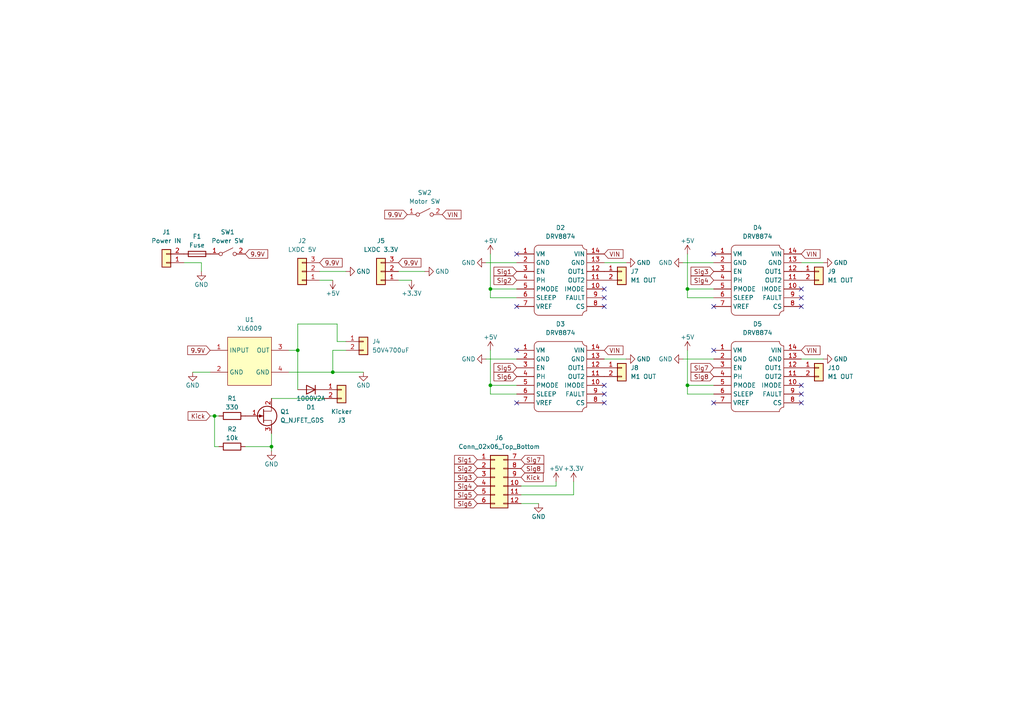
<source format=kicad_sch>
(kicad_sch (version 20211123) (generator eeschema)
  (paper "A4")
  (lib_symbols
    (symbol "Connector_Generic:Conn_01x02" (pin_names (offset 1.016) hide)
      (property "Reference" "J" (at 0 2.54 0))
      (property "Value" "Conn_01x02" (at 0 -5.08 0))
      (symbol "Conn_01x02_1_1"
        (rectangle (start -1.27 -2.413) (end 0 -2.667) (stroke (width 0.1524)))
        (rectangle (start -1.27 0.127) (end 0 -0.127) (stroke (width 0.1524)))
        (rectangle (start -1.27 1.27) (end 1.27 -3.81) (stroke (width 0.254)) (fill (type background)))
        (pin passive line (at -5.08 0 0) (length 3.81) (name "Pin_1") (number "1"))
        (pin passive line (at -5.08 -2.54 0) (length 3.81) (name "Pin_2") (number "2"))
      )
    )
    (symbol "Connector_Generic:Conn_01x03" (pin_names (offset 1.016) hide)
      (property "Reference" "J" (at 0 5.08 0))
      (property "Value" "Conn_01x03" (at 0 -5.08 0))
      (symbol "Conn_01x03_1_1"
        (rectangle (start -1.27 -2.413) (end 0 -2.667) (stroke (width 0.1524)))
        (rectangle (start -1.27 0.127) (end 0 -0.127) (stroke (width 0.1524)))
        (rectangle (start -1.27 2.667) (end 0 2.413) (stroke (width 0.1524)))
        (rectangle (start -1.27 3.81) (end 1.27 -3.81) (stroke (width 0.254)) (fill (type background)))
        (pin passive line (at -5.08 2.54 0) (length 3.81) (name "Pin_1") (number "1"))
        (pin passive line (at -5.08 0 0) (length 3.81) (name "Pin_2") (number "2"))
        (pin passive line (at -5.08 -2.54 0) (length 3.81) (name "Pin_3") (number "3"))
      )
    )
    (symbol "Connector_Generic:Conn_02x06_Top_Bottom" (pin_names (offset 1.016) hide)
      (property "Reference" "J" (at 1.27 7.62 0))
      (property "Value" "Conn_02x06_Top_Bottom" (at 1.27 -10.16 0))
      (symbol "Conn_02x06_Top_Bottom_1_1"
        (rectangle (start -1.27 -7.493) (end 0 -7.747) (stroke (width 0.1524)))
        (rectangle (start -1.27 -4.953) (end 0 -5.207) (stroke (width 0.1524)))
        (rectangle (start -1.27 -2.413) (end 0 -2.667) (stroke (width 0.1524)))
        (rectangle (start -1.27 0.127) (end 0 -0.127) (stroke (width 0.1524)))
        (rectangle (start -1.27 2.667) (end 0 2.413) (stroke (width 0.1524)))
        (rectangle (start -1.27 5.207) (end 0 4.953) (stroke (width 0.1524)))
        (rectangle (start -1.27 6.35) (end 3.81 -8.89) (stroke (width 0.254)) (fill (type background)))
        (rectangle (start 3.81 -7.493) (end 2.54 -7.747) (stroke (width 0.1524)))
        (rectangle (start 3.81 -4.953) (end 2.54 -5.207) (stroke (width 0.1524)))
        (rectangle (start 3.81 -2.413) (end 2.54 -2.667) (stroke (width 0.1524)))
        (rectangle (start 3.81 0.127) (end 2.54 -0.127) (stroke (width 0.1524)))
        (rectangle (start 3.81 2.667) (end 2.54 2.413) (stroke (width 0.1524)))
        (rectangle (start 3.81 5.207) (end 2.54 4.953) (stroke (width 0.1524)))
        (pin passive line (at -5.08 5.08 0) (length 3.81) (name "Pin_1") (number "1"))
        (pin passive line (at 7.62 -2.54 180) (length 3.81) (name "Pin_10") (number "10"))
        (pin passive line (at 7.62 -5.08 180) (length 3.81) (name "Pin_11") (number "11"))
        (pin passive line (at 7.62 -7.62 180) (length 3.81) (name "Pin_12") (number "12"))
        (pin passive line (at -5.08 2.54 0) (length 3.81) (name "Pin_2") (number "2"))
        (pin passive line (at -5.08 0 0) (length 3.81) (name "Pin_3") (number "3"))
        (pin passive line (at -5.08 -2.54 0) (length 3.81) (name "Pin_4") (number "4"))
        (pin passive line (at -5.08 -5.08 0) (length 3.81) (name "Pin_5") (number "5"))
        (pin passive line (at -5.08 -7.62 0) (length 3.81) (name "Pin_6") (number "6"))
        (pin passive line (at 7.62 5.08 180) (length 3.81) (name "Pin_7") (number "7"))
        (pin passive line (at 7.62 2.54 180) (length 3.81) (name "Pin_8") (number "8"))
        (pin passive line (at 7.62 0 180) (length 3.81) (name "Pin_9") (number "9"))
      )
    )
    (symbol "Device:D" (pin_numbers hide) (pin_names (offset 1.016) hide)
      (property "Reference" "D" (at 0 2.54 0))
      (property "Value" "D" (at 0 -2.54 0))
      (symbol "D_0_1"
        (polyline (pts (xy -1.27 1.27) (xy -1.27 -1.27)) (stroke (width 0.254)))
        (polyline (pts (xy 1.27 0) (xy -1.27 0)))
        (polyline (pts (xy 1.27 1.27) (xy 1.27 -1.27) (xy -1.27 0) (xy 1.27 1.27)) (stroke (width 0.254)))
      )
      (symbol "D_1_1"
        (pin passive line (at -3.81 0 0) (length 2.54) (name "K") (number "1"))
        (pin passive line (at 3.81 0 180) (length 2.54) (name "A") (number "2"))
      )
    )
    (symbol "Device:Fuse" (pin_numbers hide) (pin_names (offset 0))
      (property "Reference" "F" (at 2.032 0 90))
      (property "Value" "Fuse" (at -1.905 0 90))
      (symbol "Fuse_0_1"
        (rectangle (start -0.762 -2.54) (end 0.762 2.54) (stroke (width 0.254)))
        (polyline (pts (xy 0 2.54) (xy 0 -2.54)))
      )
      (symbol "Fuse_1_1"
        (pin passive line (at 0 3.81 270) (length 1.27) (name "~") (number "1"))
        (pin passive line (at 0 -3.81 90) (length 1.27) (name "~") (number "2"))
      )
    )
    (symbol "Device:Q_NJFET_GDS" (pin_names (offset 0) hide)
      (property "Reference" "Q" (at 5.08 1.27 0))
      (property "Value" "Q_NJFET_GDS" (at 5.08 -1.27 0))
      (symbol "Q_NJFET_GDS_0_1"
        (polyline (pts (xy 0.254 1.905) (xy 0.254 -1.905) (xy 0.254 -1.905)) (stroke (width 0.254)))
        (polyline (pts (xy 2.54 -2.54) (xy 2.54 -1.27) (xy 0.254 -1.27)))
        (polyline (pts (xy 2.54 2.54) (xy 2.54 1.397) (xy 0.254 1.397)))
        (polyline (pts (xy 0 0) (xy -1.016 0.381) (xy -1.016 -0.381) (xy 0 0)) (fill (type outline)))
        (circle (center 1.27 0) (radius 2.8194) (stroke (width 0.254)))
      )
      (symbol "Q_NJFET_GDS_1_1"
        (pin input line (at -5.08 0 0) (length 5.334) (name "G") (number "1"))
        (pin passive line (at 2.54 5.08 270) (length 2.54) (name "D") (number "2"))
        (pin passive line (at 2.54 -5.08 90) (length 2.54) (name "S") (number "3"))
      )
    )
    (symbol "Device:R" (pin_numbers hide) (pin_names (offset 0))
      (property "Reference" "R" (at 2.032 0 90))
      (property "Value" "R" (at 0 0 90))
      (symbol "R_0_1"
        (rectangle (start -1.016 -2.54) (end 1.016 2.54) (stroke (width 0.254)))
      )
      (symbol "R_1_1"
        (pin passive line (at 0 3.81 270) (length 1.27) (name "~") (number "1"))
        (pin passive line (at 0 -3.81 90) (length 1.27) (name "~") (number "2"))
      )
    )
    (symbol "KiCAD-RCJ-Lib:DRV8874"
      (property "Reference" "D" (at 0 1.27 0))
      (property "Value" "DRV8874" (at 0 -1.27 0))
      (symbol "DRV8874_0_1"
        (arc (start -7.62 -21.59) (mid -7.248 -22.488) (end -6.35 -22.86))
        (arc (start -6.35 -2.54) (mid -7.248 -2.912) (end -7.62 -3.81))
        (polyline (pts (xy -7.62 -3.81) (xy -7.62 -21.59)))
        (polyline (pts (xy -6.35 -22.86) (xy 6.35 -22.86)))
        (polyline (pts (xy 6.35 -2.54) (xy -6.35 -2.54)))
        (polyline (pts (xy 7.62 -21.59) (xy 7.62 -3.81)))
        (arc (start 6.35 -2.54) (mid 5.452 -4.708) (end 7.62 -3.81))
        (arc (start 7.62 -21.59) (mid 5.452 -20.692) (end 6.35 -22.86))
      )
      (symbol "DRV8874_1_1"
        (pin input line (at -12.7 -5.08 0) (length 5.08) (name "VM") (number "1"))
        (pin input line (at 12.7 -15.24 180) (length 5.08) (name "IMODE") (number "10"))
        (pin input line (at 12.7 -12.7 180) (length 5.08) (name "OUT2") (number "11"))
        (pin input line (at 12.7 -10.16 180) (length 5.08) (name "OUT1") (number "12"))
        (pin input line (at 12.7 -7.62 180) (length 5.08) (name "GND") (number "13"))
        (pin input line (at 12.7 -5.08 180) (length 5.08) (name "VIN") (number "14"))
        (pin input line (at -12.7 -7.62 0) (length 5.08) (name "GND") (number "2"))
        (pin input line (at -12.7 -10.16 0) (length 5.08) (name "EN") (number "3"))
        (pin input line (at -12.7 -12.7 0) (length 5.08) (name "PH") (number "4"))
        (pin input line (at -12.7 -15.24 0) (length 5.08) (name "PMODE") (number "5"))
        (pin input line (at -12.7 -17.78 0) (length 5.08) (name "SLEEP") (number "6"))
        (pin input line (at -12.7 -20.32 0) (length 5.08) (name "VREF") (number "7"))
        (pin input line (at 12.7 -20.32 180) (length 5.08) (name "CS") (number "8"))
        (pin input line (at 12.7 -17.78 180) (length 5.08) (name "FAULT") (number "9"))
      )
    )
    (symbol "KiCAD-RCJ-Lib:XL6009"
      (property "Reference" "U" (at 0 3.81 0))
      (property "Value" "XL6009" (at 0 1.27 0))
      (symbol "XL6009_0_1"
        (rectangle (start -6.35 -1.27) (end 6.35 -15.24) (fill (type background)))
      )
      (symbol "XL6009_1_1"
        (pin input line (at -11.43 -5.08 0) (length 5.08) (name "INPUT") (number "1"))
        (pin input line (at -11.43 -11.43 0) (length 5.08) (name "GND") (number "2"))
        (pin input line (at 11.43 -5.08 180) (length 5.08) (name "OUT") (number "3"))
        (pin input line (at 11.43 -11.43 180) (length 5.08) (name "GND") (number "4"))
      )
    )
    (symbol "Switch:SW_SPST" (pin_names (offset 0) hide)
      (property "Reference" "SW" (at 0 3.175 0))
      (property "Value" "SW_SPST" (at 0 -2.54 0))
      (symbol "SW_SPST_0_0"
        (circle (center -2.032 0) (radius 0.508))
        (polyline (pts (xy -1.524 0.254) (xy 1.524 1.778)))
        (circle (center 2.032 0) (radius 0.508))
      )
      (symbol "SW_SPST_1_1"
        (pin passive line (at -5.08 0 0) (length 2.54) (name "A") (number "1"))
        (pin passive line (at 5.08 0 180) (length 2.54) (name "B") (number "2"))
      )
    )
    (symbol "power:+3.3V" (power) (pin_names (offset 0))
      (property "Value" "+3.3V" (at 0 3.556 0))
      (symbol "+3.3V_0_1"
        (polyline (pts (xy -0.762 1.27) (xy 0 2.54)))
        (polyline (pts (xy 0 0) (xy 0 2.54)))
        (polyline (pts (xy 0 2.54) (xy 0.762 1.27)))
      )
      (symbol "+3.3V_1_1"
        (pin power_in line (at 0 0 90) (length 0) hide (name "+3.3V") (number "1"))
      )
    )
    (symbol "power:+5V" (power) (pin_names (offset 0))
      (property "Value" "+5V" (at 0 3.556 0))
      (symbol "+5V_0_1"
        (polyline (pts (xy -0.762 1.27) (xy 0 2.54)))
        (polyline (pts (xy 0 0) (xy 0 2.54)))
        (polyline (pts (xy 0 2.54) (xy 0.762 1.27)))
      )
      (symbol "+5V_1_1"
        (pin power_in line (at 0 0 90) (length 0) hide (name "+5V") (number "1"))
      )
    )
    (symbol "power:GND" (power) (pin_names (offset 0))
      (property "Value" "GND" (at 0 -3.81 0))
      (symbol "GND_0_1"
        (polyline (pts (xy 0 0) (xy 0 -1.27) (xy 1.27 -1.27) (xy 0 -2.54) (xy -1.27 -1.27) (xy 0 -1.27)))
      )
      (symbol "GND_1_1"
        (pin power_in line (at 0 0 270) (length 0) hide (name "GND") (number "1"))
      )
    )
  )
  (junction (at 96.52 107.95))
  (junction (at 142.24 83.82))
  (junction (at 62.23 120.65))
  (junction (at 86.36 101.6))
  (junction (at 78.74 129.54))
  (junction (at 142.24 111.76))
  (junction (at 199.39 111.76))
  (junction (at 199.39 83.82))
  (no_connect (at 232.41 111.76))
  (no_connect (at 149.86 73.66))
  (no_connect (at 149.86 88.9))
  (no_connect (at 232.41 114.3))
  (no_connect (at 207.01 88.9))
  (no_connect (at 175.26 114.3))
  (no_connect (at 207.01 73.66))
  (no_connect (at 175.26 83.82))
  (no_connect (at 175.26 88.9))
  (no_connect (at 175.26 86.36))
  (no_connect (at 232.41 116.84))
  (no_connect (at 149.86 116.84))
  (no_connect (at 175.26 111.76))
  (no_connect (at 207.01 101.6))
  (no_connect (at 175.26 116.84))
  (no_connect (at 149.86 101.6))
  (no_connect (at 232.41 86.36))
  (no_connect (at 232.41 88.9))
  (no_connect (at 207.01 116.84))
  (no_connect (at 232.41 83.82))
  (wire (pts (xy 199.39 111.76) (xy 207.01 111.76)))
  (wire (pts (xy 199.39 83.82) (xy 207.01 83.82)))
  (wire (pts (xy 86.36 101.6) (xy 86.36 93.98)))
  (wire (pts (xy 78.74 129.54) (xy 78.74 130.81)))
  (wire (pts (xy 142.24 73.66) (xy 142.24 83.82)))
  (wire (pts (xy 175.26 76.2) (xy 181.61 76.2)))
  (wire (pts (xy 142.24 114.3) (xy 149.86 114.3)))
  (wire (pts (xy 92.71 78.74) (xy 100.33 78.74)))
  (wire (pts (xy 199.39 73.66) (xy 199.39 83.82)))
  (wire (pts (xy 199.39 114.3) (xy 207.01 114.3)))
  (wire (pts (xy 62.23 129.54) (xy 63.5 129.54)))
  (wire (pts (xy 97.79 93.98) (xy 97.79 99.06)))
  (wire (pts (xy 142.24 83.82) (xy 149.86 83.82)))
  (wire (pts (xy 55.88 107.95) (xy 60.96 107.95)))
  (wire (pts (xy 199.39 83.82) (xy 199.39 86.36)))
  (wire (pts (xy 60.96 120.65) (xy 62.23 120.65)))
  (wire (pts (xy 175.26 104.14) (xy 181.61 104.14)))
  (wire (pts (xy 96.52 101.6) (xy 100.33 101.6)))
  (wire (pts (xy 97.79 99.06) (xy 100.33 99.06)))
  (wire (pts (xy 199.39 86.36) (xy 207.01 86.36)))
  (wire (pts (xy 161.29 139.7) (xy 161.29 140.97)))
  (wire (pts (xy 86.36 93.98) (xy 97.79 93.98)))
  (wire (pts (xy 53.34 76.2) (xy 58.42 76.2)))
  (wire (pts (xy 142.24 86.36) (xy 149.86 86.36)))
  (wire (pts (xy 142.24 83.82) (xy 142.24 86.36)))
  (wire (pts (xy 62.23 120.65) (xy 62.23 129.54)))
  (wire (pts (xy 198.12 104.14) (xy 207.01 104.14)))
  (wire (pts (xy 232.41 76.2) (xy 238.76 76.2)))
  (wire (pts (xy 78.74 129.54) (xy 71.12 129.54)))
  (wire (pts (xy 96.52 107.95) (xy 105.41 107.95)))
  (wire (pts (xy 199.39 111.76) (xy 199.39 114.3)))
  (wire (pts (xy 166.37 139.7) (xy 166.37 143.51)))
  (wire (pts (xy 140.97 76.2) (xy 149.86 76.2)))
  (wire (pts (xy 78.74 125.73) (xy 78.74 129.54)))
  (wire (pts (xy 140.97 104.14) (xy 149.86 104.14)))
  (wire (pts (xy 151.13 143.51) (xy 166.37 143.51)))
  (wire (pts (xy 199.39 101.6) (xy 199.39 111.76)))
  (wire (pts (xy 142.24 111.76) (xy 142.24 114.3)))
  (wire (pts (xy 151.13 146.05) (xy 156.21 146.05)))
  (wire (pts (xy 142.24 111.76) (xy 149.86 111.76)))
  (wire (pts (xy 92.71 81.28) (xy 96.52 81.28)))
  (wire (pts (xy 78.74 115.57) (xy 93.98 115.57)))
  (wire (pts (xy 62.23 120.65) (xy 63.5 120.65)))
  (wire (pts (xy 96.52 107.95) (xy 96.52 101.6)))
  (wire (pts (xy 86.36 101.6) (xy 86.36 113.03)))
  (wire (pts (xy 83.82 101.6) (xy 86.36 101.6)))
  (wire (pts (xy 83.82 107.95) (xy 96.52 107.95)))
  (wire (pts (xy 161.29 140.97) (xy 151.13 140.97)))
  (wire (pts (xy 115.57 81.28) (xy 119.38 81.28)))
  (wire (pts (xy 58.42 76.2) (xy 58.42 78.74)))
  (wire (pts (xy 198.12 76.2) (xy 207.01 76.2)))
  (wire (pts (xy 232.41 104.14) (xy 238.76 104.14)))
  (wire (pts (xy 142.24 101.6) (xy 142.24 111.76)))
  (wire (pts (xy 115.57 78.74) (xy 123.19 78.74)))
  (global_label "VIN" (shape input) (at 175.26 101.6 0) (property "シート間のリファレンス" "${INTERSHEET_REFS}" (effects hide)))
  (global_label "VIN" (shape input) (at 232.41 101.6 0) (property "シート間のリファレンス" "${INTERSHEET_REFS}" (effects hide)))
  (global_label "Sig5" (shape input) (at 149.86 106.68 180) (property "シート間のリファレンス" "${INTERSHEET_REFS}" (effects hide)))
  (global_label "VIN" (shape input) (at 232.41 73.66 0) (property "シート間のリファレンス" "${INTERSHEET_REFS}" (effects hide)))
  (global_label "9.9V" (shape input) (at 71.12 73.66 0) (property "シート間のリファレンス" "${INTERSHEET_REFS}" (effects hide)))
  (global_label "Kick" (shape input) (at 151.13 138.43 0) (property "シート間のリファレンス" "${INTERSHEET_REFS}" (effects hide)))
  (global_label "Sig6" (shape input) (at 138.43 146.05 180) (property "シート間のリファレンス" "${INTERSHEET_REFS}" (effects hide)))
  (global_label "Sig6" (shape input) (at 149.86 109.22 180) (property "シート間のリファレンス" "${INTERSHEET_REFS}" (effects hide)))
  (global_label "Sig2" (shape input) (at 138.43 135.89 180) (property "シート間のリファレンス" "${INTERSHEET_REFS}" (effects hide)))
  (global_label "Sig1" (shape input) (at 149.86 78.74 180) (property "シート間のリファレンス" "${INTERSHEET_REFS}" (effects hide)))
  (global_label "Sig4" (shape input) (at 138.43 140.97 180) (property "シート間のリファレンス" "${INTERSHEET_REFS}" (effects hide)))
  (global_label "9.9V" (shape input) (at 115.57 76.2 0) (property "シート間のリファレンス" "${INTERSHEET_REFS}" (effects hide)))
  (global_label "9.9V" (shape input) (at 118.11 62.23 180) (property "シート間のリファレンス" "${INTERSHEET_REFS}" (effects hide)))
  (global_label "Sig7" (shape input) (at 207.01 106.68 180) (property "シート間のリファレンス" "${INTERSHEET_REFS}" (effects hide)))
  (global_label "9.9V" (shape input) (at 92.71 76.2 0) (property "シート間のリファレンス" "${INTERSHEET_REFS}" (effects hide)))
  (global_label "Sig3" (shape input) (at 207.01 78.74 180) (property "シート間のリファレンス" "${INTERSHEET_REFS}" (effects hide)))
  (global_label "Kick" (shape input) (at 60.96 120.65 180) (property "シート間のリファレンス" "${INTERSHEET_REFS}" (effects hide)))
  (global_label "Sig8" (shape input) (at 151.13 135.89 0) (property "シート間のリファレンス" "${INTERSHEET_REFS}" (effects hide)))
  (global_label "Sig5" (shape input) (at 138.43 143.51 180) (property "シート間のリファレンス" "${INTERSHEET_REFS}" (effects hide)))
  (global_label "Sig1" (shape input) (at 138.43 133.35 180) (property "シート間のリファレンス" "${INTERSHEET_REFS}" (effects hide)))
  (global_label "Sig8" (shape input) (at 207.01 109.22 180) (property "シート間のリファレンス" "${INTERSHEET_REFS}" (effects hide)))
  (global_label "9.9V" (shape input) (at 60.96 101.6 180) (property "シート間のリファレンス" "${INTERSHEET_REFS}" (effects hide)))
  (global_label "Sig4" (shape input) (at 207.01 81.28 180) (property "シート間のリファレンス" "${INTERSHEET_REFS}" (effects hide)))
  (global_label "Sig2" (shape input) (at 149.86 81.28 180) (property "シート間のリファレンス" "${INTERSHEET_REFS}" (effects hide)))
  (global_label "VIN" (shape input) (at 175.26 73.66 0) (property "シート間のリファレンス" "${INTERSHEET_REFS}" (effects hide)))
  (global_label "Sig7" (shape input) (at 151.13 133.35 0) (property "シート間のリファレンス" "${INTERSHEET_REFS}" (effects hide)))
  (global_label "Sig3" (shape input) (at 138.43 138.43 180) (property "シート間のリファレンス" "${INTERSHEET_REFS}" (effects hide)))
  (global_label "VIN" (shape input) (at 128.27 62.23 0) (property "シート間のリファレンス" "${INTERSHEET_REFS}" (effects hide)))
  (symbol (lib_id "power:+5V") (at 161.29 139.7 0) (unit 1)
    (property "Reference" "#PWR012" (effects hide))
    (property "Value" "+5V" (at 161.29 135.89 0))
  )
  (symbol (lib_id "Connector_Generic:Conn_01x02") (at 48.26 76.2 180) (unit 1)
    (property "Reference" "J1" (at 48.26 67.31 0))
    (property "Value" "Power IN" (at 48.26 69.85 0))
    (property "Footprint" "Connector_JST:JST_VH_B2P-VH-B_1x02_P3.96mm_Vertical" (effects hide))
  )
  (symbol (lib_id "Connector_Generic:Conn_02x06_Top_Bottom") (at 143.51 138.43 0) (unit 1)
    (property "Reference" "J6" (at 144.78 127 0))
    (property "Value" "Conn_02x06_Top_Bottom" (at 144.78 129.54 0))
    (property "Footprint" "Connector_JST:JST_PHD_B12B-PHDSS_2x06_P2.00mm_Vertical" (effects hide))
  )
  (symbol (lib_id "power:GND") (at 140.97 76.2 270) (unit 1)
    (property "Reference" "#PWR010" (effects hide))
    (property "Value" "GND" (at 135.89 76.2 90))
  )
  (symbol (lib_id "Device:Fuse") (at 57.15 73.66 90) (unit 1)
    (property "Reference" "F1" (at 57.15 68.58 90))
    (property "Value" "Fuse" (at 57.15 71.12 90))
    (property "Footprint" "MY-KICAD-LIB:FUSE" (effects hide))
  )
  (symbol (lib_id "power:GND") (at 238.76 76.2 90) (unit 1)
    (property "Reference" "#PWR022" (effects hide))
    (property "Value" "GND" (at 243.84 76.2 90))
  )
  (symbol (lib_id "power:GND") (at 123.19 78.74 90) (unit 1)
    (property "Reference" "#PWR08" (effects hide))
    (property "Value" "GND" (at 128.27 78.74 90))
  )
  (symbol (lib_id "power:+5V") (at 96.52 81.28 180) (unit 1)
    (property "Reference" "#PWR04" (effects hide))
    (property "Value" "+5V" (at 96.52 85.09 0))
  )
  (symbol (lib_id "KiCAD-RCJ-Lib:DRV8874") (at 219.71 96.52 0) (unit 1)
    (property "Reference" "D5" (at 219.71 93.98 0))
    (property "Value" "DRV8874" (at 219.71 96.52 0))
    (property "Footprint" "MY-KICAD-LIB:Pololu-DRV8874" (effects hide))
  )
  (symbol (lib_id "power:GND") (at 156.21 146.05 0) (unit 1)
    (property "Reference" "#PWR09" (effects hide))
    (property "Value" "GND" (at 156.21 149.86 0))
  )
  (symbol (lib_id "Device:Q_NJFET_GDS") (at 76.2 120.65 0) (unit 1)
    (property "Reference" "Q1" (at 81.28 119.3799 0) (effects (justify left)))
    (property "Value" "Q_NJFET_GDS" (at 81.28 121.9199 0) (effects (justify left)))
    (property "Footprint" "Connector_PinSocket_2.54mm:PinSocket_1x03_P2.54mm_Vertical" (effects hide))
  )
  (symbol (lib_id "Connector_Generic:Conn_01x02") (at 180.34 78.74 0) (unit 1)
    (property "Reference" "J7" (at 182.88 78.7399 0) (effects (justify left)))
    (property "Value" "M1 OUT" (at 182.88 81.2799 0) (effects (justify left)))
    (property "Footprint" "Connector_JST:JST_XH_B2B-XH-A_1x02_P2.50mm_Vertical" (effects hide))
  )
  (symbol (lib_id "power:+5V") (at 199.39 101.6 0) (unit 1)
    (property "Reference" "#PWR021" (effects hide))
    (property "Value" "+5V" (at 199.39 97.79 0))
  )
  (symbol (lib_id "Device:D") (at 90.17 113.03 180) (unit 1)
    (property "Reference" "D1" (at 90.17 118.11 0))
    (property "Value" "1000V2A" (at 90.17 115.57 0))
    (property "Footprint" "Resistor_THT:R_Axial_DIN0207_L6.3mm_D2.5mm_P7.62mm_Horizontal" (effects hide))
  )
  (symbol (lib_id "Connector_Generic:Conn_01x02") (at 180.34 106.68 0) (unit 1)
    (property "Reference" "J8" (at 182.88 106.6799 0) (effects (justify left)))
    (property "Value" "M1 OUT" (at 182.88 109.2199 0) (effects (justify left)))
    (property "Footprint" "Connector_JST:JST_XH_B2B-XH-A_1x02_P2.50mm_Vertical" (effects hide))
  )
  (symbol (lib_id "power:GND") (at 55.88 107.95 0) (unit 1)
    (property "Reference" "#PWR01" (effects hide))
    (property "Value" "GND" (at 55.88 111.76 0))
  )
  (symbol (lib_id "power:GND") (at 58.42 78.74 0) (unit 1)
    (property "Reference" "#PWR02" (effects hide))
    (property "Value" "GND" (at 58.42 82.55 0))
  )
  (symbol (lib_id "Connector_Generic:Conn_01x03") (at 87.63 78.74 180) (unit 1)
    (property "Reference" "J2" (at 87.63 69.85 0))
    (property "Value" "LXDC 5V" (at 87.63 72.39 0))
    (property "Footprint" "Connector_PinSocket_2.54mm:PinSocket_1x03_P2.54mm_Vertical" (effects hide))
  )
  (symbol (lib_id "Switch:SW_SPST") (at 66.04 73.66 0) (unit 1)
    (property "Reference" "SW1" (at 66.04 67.31 0))
    (property "Value" "Power SW" (at 66.04 69.85 0))
    (property "Footprint" "MY-KICAD-LIB:Rocker Switch" (effects hide))
  )
  (symbol (lib_id "Connector_Generic:Conn_01x03") (at 110.49 78.74 180) (unit 1)
    (property "Reference" "J5" (at 110.49 69.85 0))
    (property "Value" "LXDC 3.3V" (at 110.49 72.39 0))
    (property "Footprint" "Connector_PinSocket_2.54mm:PinSocket_1x03_P2.54mm_Vertical" (effects hide))
  )
  (symbol (lib_id "power:GND") (at 198.12 104.14 270) (unit 1)
    (property "Reference" "#PWR019" (effects hide))
    (property "Value" "GND" (at 193.04 104.14 90))
  )
  (symbol (lib_id "power:GND") (at 198.12 76.2 270) (unit 1)
    (property "Reference" "#PWR018" (effects hide))
    (property "Value" "GND" (at 193.04 76.2 90))
  )
  (symbol (lib_id "power:GND") (at 238.76 104.14 90) (unit 1)
    (property "Reference" "#PWR023" (effects hide))
    (property "Value" "GND" (at 243.84 104.14 90))
  )
  (symbol (lib_id "power:GND") (at 78.74 130.81 0) (unit 1)
    (property "Reference" "#PWR03" (effects hide))
    (property "Value" "GND" (at 78.74 134.62 0))
  )
  (symbol (lib_id "power:GND") (at 100.33 78.74 90) (unit 1)
    (property "Reference" "#PWR05" (effects hide))
    (property "Value" "GND" (at 105.41 78.74 90))
  )
  (symbol (lib_id "power:+3.3V") (at 166.37 139.7 0) (unit 1)
    (property "Reference" "#PWR015" (effects hide))
    (property "Value" "+3.3V" (at 166.37 135.89 0))
  )
  (symbol (lib_id "power:GND") (at 105.41 107.95 0) (unit 1)
    (property "Reference" "#PWR06" (effects hide))
    (property "Value" "GND" (at 105.41 111.76 0))
  )
  (symbol (lib_id "Connector_Generic:Conn_01x02") (at 237.49 106.68 0) (unit 1)
    (property "Reference" "J10" (at 240.03 106.6799 0) (effects (justify left)))
    (property "Value" "M1 OUT" (at 240.03 109.2199 0) (effects (justify left)))
    (property "Footprint" "Connector_JST:JST_XH_B2B-XH-A_1x02_P2.50mm_Vertical" (effects hide))
  )
  (symbol (lib_id "KiCAD-RCJ-Lib:DRV8874") (at 162.56 96.52 0) (unit 1)
    (property "Reference" "D3" (at 162.56 93.98 0))
    (property "Value" "DRV8874" (at 162.56 96.52 0))
    (property "Footprint" "MY-KICAD-LIB:Pololu-DRV8874" (effects hide))
  )
  (symbol (lib_id "power:GND") (at 181.61 76.2 90) (unit 1)
    (property "Reference" "#PWR016" (effects hide))
    (property "Value" "GND" (at 186.69 76.2 90))
  )
  (symbol (lib_id "KiCAD-RCJ-Lib:DRV8874") (at 162.56 68.58 0) (unit 1)
    (property "Reference" "D2" (at 162.56 66.04 0))
    (property "Value" "DRV8874" (at 162.56 68.58 0))
    (property "Footprint" "MY-KICAD-LIB:Pololu-DRV8874" (effects hide))
  )
  (symbol (lib_id "Connector_Generic:Conn_01x02") (at 237.49 78.74 0) (unit 1)
    (property "Reference" "J9" (at 240.03 78.7399 0) (effects (justify left)))
    (property "Value" "M1 OUT" (at 240.03 81.2799 0) (effects (justify left)))
    (property "Footprint" "Connector_JST:JST_XH_B2B-XH-A_1x02_P2.50mm_Vertical" (effects hide))
  )
  (symbol (lib_id "KiCAD-RCJ-Lib:DRV8874") (at 219.71 68.58 0) (unit 1)
    (property "Reference" "D4" (at 219.71 66.04 0))
    (property "Value" "DRV8874" (at 219.71 68.58 0))
    (property "Footprint" "MY-KICAD-LIB:Pololu-DRV8874" (effects hide))
  )
  (symbol (lib_id "power:+5V") (at 142.24 73.66 0) (unit 1)
    (property "Reference" "#PWR013" (effects hide))
    (property "Value" "+5V" (at 142.24 69.85 0))
  )
  (symbol (lib_id "Connector_Generic:Conn_01x02") (at 105.41 99.06 0) (unit 1)
    (property "Reference" "J4" (at 107.95 99.0599 0) (effects (justify left)))
    (property "Value" "50V4700uF" (at 107.95 101.5999 0) (effects (justify left)))
    (property "Footprint" "Connector_JST:JST_XH_B2B-XH-A_1x02_P2.50mm_Vertical" (effects hide))
  )
  (symbol (lib_id "power:GND") (at 140.97 104.14 270) (unit 1)
    (property "Reference" "#PWR011" (effects hide))
    (property "Value" "GND" (at 135.89 104.14 90))
  )
  (symbol (lib_id "KiCAD-RCJ-Lib:XL6009") (at 72.39 96.52 0) (unit 1)
    (property "Reference" "U1" (at 72.39 92.71 0))
    (property "Value" "XL6009" (at 72.39 95.25 0))
    (property "Footprint" "MY-KICAD-LIB:XL6009" (effects hide))
  )
  (symbol (lib_id "Switch:SW_SPST") (at 123.19 62.23 0) (unit 1)
    (property "Reference" "SW2" (at 123.19 55.88 0))
    (property "Value" "Motor SW" (at 123.19 58.42 0))
    (property "Footprint" "MY-KICAD-LIB:Rocker Switch" (effects hide))
  )
  (symbol (lib_id "power:+3.3V") (at 119.38 81.28 180) (unit 1)
    (property "Reference" "#PWR07" (effects hide))
    (property "Value" "+3.3V" (at 119.38 85.09 0))
  )
  (symbol (lib_id "power:+5V") (at 142.24 101.6 0) (unit 1)
    (property "Reference" "#PWR014" (effects hide))
    (property "Value" "+5V" (at 142.24 97.79 0))
  )
  (symbol (lib_id "Device:R") (at 67.31 129.54 90) (unit 1)
    (property "Reference" "R2" (at 67.31 124.46 90))
    (property "Value" "10k" (at 67.31 127 90))
    (property "Footprint" "Resistor_SMD:R_0603_1608Metric" (effects hide))
    (property "LCSC" "C216802" (effects hide))
  )
  (symbol (lib_id "power:GND") (at 181.61 104.14 90) (unit 1)
    (property "Reference" "#PWR017" (effects hide))
    (property "Value" "GND" (at 186.69 104.14 90))
  )
  (symbol (lib_id "Connector_Generic:Conn_01x02") (at 99.06 113.03 0) (unit 1)
    (property "Reference" "J3" (at 99.06 121.92 0))
    (property "Value" "Kicker" (at 99.06 119.38 0))
    (property "Footprint" "Connector_JST:JST_XH_B2B-XH-A_1x02_P2.50mm_Vertical" (effects hide))
  )
  (symbol (lib_id "Device:R") (at 67.31 120.65 90) (unit 1)
    (property "Reference" "R1" (at 67.31 115.57 90))
    (property "Value" "330" (at 67.31 118.11 90))
    (property "Footprint" "Resistor_SMD:R_0603_1608Metric" (effects hide))
    (property "LCSC" "C103547" (effects hide))
  )
  (symbol (lib_id "power:+5V") (at 199.39 73.66 0) (unit 1)
    (property "Reference" "#PWR020" (effects hide))
    (property "Value" "+5V" (at 199.39 69.85 0))
  )
)
</source>
